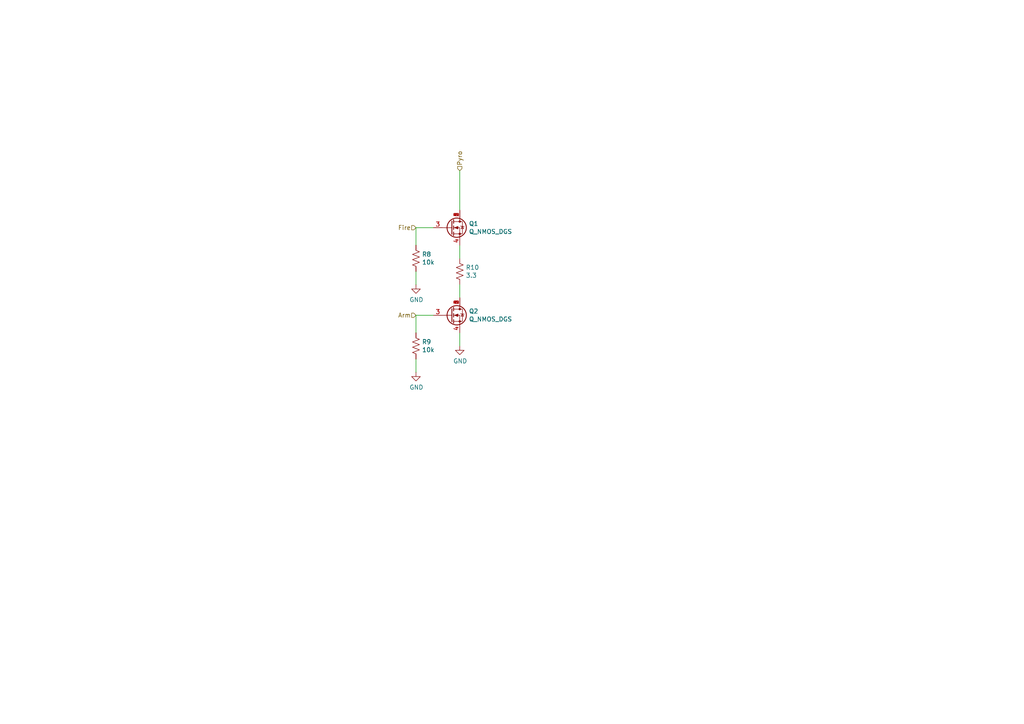
<source format=kicad_sch>
(kicad_sch (version 20211123) (generator eeschema)
  (paper "A4")
  (lib_symbols
    (symbol "Device:R_US" (pin_numbers hide) (pin_names (offset 0))
      (property "Reference" "R" (at 2.54 0 90))
      (property "Value" "Device_R_US" (at -2.54 0 90))
      (symbol "R_US_0_1"
        (polyline (pts (xy 0 -2.286) (xy 0 -2.54)))
        (polyline (pts (xy 0 2.286) (xy 0 2.54)))
        (polyline (pts (xy 0 -0.762) (xy 1.016 -1.143) (xy 0 -1.524) (xy -1.016 -1.905) (xy 0 -2.286)))
        (polyline (pts (xy 0 0.762) (xy 1.016 0.381) (xy 0 0) (xy -1.016 -0.381) (xy 0 -0.762)))
        (polyline (pts (xy 0 2.286) (xy 1.016 1.905) (xy 0 1.524) (xy -1.016 1.143) (xy 0 0.762)))
      )
      (symbol "R_US_1_1"
        (pin passive line (at 0 3.81 270) (length 1.27) (name "~") (number "1"))
        (pin passive line (at 0 -3.81 90) (length 1.27) (name "~") (number "2"))
      )
    )
    (symbol "Nova-rescue:Q_NMOS_DGS-MOSFET" (pin_names (offset 0) hide)
      (property "Reference" "Q" (at 5.08 1.27 0))
      (property "Value" "Nova-rescue_Q_NMOS_DGS-MOSFET" (at 5.08 -1.27 0))
      (symbol "Q_NMOS_DGS-MOSFET_0_1"
        (polyline (pts (xy 0.254 0) (xy -2.54 0)))
        (polyline (pts (xy 0.254 1.905) (xy 0.254 -1.905)) (stroke (width 0.254)))
        (polyline (pts (xy 0.762 -1.27) (xy 0.762 -2.286)) (stroke (width 0.254)))
        (polyline (pts (xy 0.762 0.508) (xy 0.762 -0.508)) (stroke (width 0.254)))
        (polyline (pts (xy 0.762 2.286) (xy 0.762 1.27)) (stroke (width 0.254)))
        (polyline (pts (xy 2.54 2.54) (xy 2.54 1.778)))
        (polyline (pts (xy 2.54 -2.54) (xy 2.54 0) (xy 0.762 0)))
        (polyline (pts (xy 0.762 -1.778) (xy 3.302 -1.778) (xy 3.302 1.778) (xy 0.762 1.778)))
        (polyline (pts (xy 1.016 0) (xy 2.032 0.381) (xy 2.032 -0.381) (xy 1.016 0)) (fill (type outline)))
        (polyline (pts (xy 2.794 0.508) (xy 2.921 0.381) (xy 3.683 0.381) (xy 3.81 0.254)))
        (polyline (pts (xy 3.302 0.381) (xy 2.921 -0.254) (xy 3.683 -0.254) (xy 3.302 0.381)))
        (circle (center 1.651 0) (radius 2.794) (stroke (width 0.254)))
        (circle (center 2.54 -1.778) (radius 0.254) (fill (type outline)))
        (circle (center 2.54 1.778) (radius 0.254) (fill (type outline)))
      )
      (symbol "Q_NMOS_DGS-MOSFET_1_1"
        (pin passive line (at 2.54 5.08 270) (length 2.54) (name "D") (number "1"))
        (pin input line (at 2.54 5.08 270) (length 2.54) (name "~") (number "2"))
        (pin passive line (at -5.08 0 0) (length 2.54) (name "S") (number "3"))
        (pin input line (at 2.54 -5.08 90) (length 2.54) (name "~") (number "4"))
        (pin input line (at 2.54 5.08 270) (length 2.54) (name "~") (number "5"))
        (pin input line (at 2.54 5.08 270) (length 2.54) (name "~") (number "6"))
      )
    )
    (symbol "power:GND" (power) (pin_names (offset 0))
      (property "Value" "power_GND" (at 0 -3.81 0))
      (symbol "GND_0_1"
        (polyline (pts (xy 0 0) (xy 0 -1.27) (xy 1.27 -1.27) (xy 0 -2.54) (xy -1.27 -1.27) (xy 0 -1.27)))
      )
      (symbol "GND_1_1"
        (pin power_in line (at 0 0 270) (length 0) hide (name "GND") (number "1"))
      )
    )
  )
  (wire (pts (xy 120.65 104.14) (xy 120.65 107.95)))
  (wire (pts (xy 133.35 71.12) (xy 133.35 74.93)))
  (wire (pts (xy 125.73 91.44) (xy 120.65 91.44)))
  (wire (pts (xy 133.35 96.52) (xy 133.35 100.33)))
  (wire (pts (xy 120.65 91.44) (xy 120.65 96.52)))
  (wire (pts (xy 120.65 66.04) (xy 120.65 71.12)))
  (wire (pts (xy 125.73 66.04) (xy 120.65 66.04)))
  (wire (pts (xy 120.65 78.74) (xy 120.65 82.55)))
  (wire (pts (xy 133.35 49.53) (xy 133.35 60.96)))
  (wire (pts (xy 133.35 82.55) (xy 133.35 86.36)))
  (hierarchical_label "Pyro" (shape input) (at 133.35 49.53 90))
  (hierarchical_label "Arm" (shape input) (at 120.65 91.44 180))
  (hierarchical_label "Fire" (shape input) (at 120.65 66.04 180))
  (symbol (lib_id "power:GND") (at 120.65 82.55 0)
    (property "Reference" "#PWR0149" (effects hide))
    (property "Value" "GND" (at 120.777 86.9442 0))
  )
  (symbol (lib_id "Device:R_US") (at 133.35 78.74 0)
    (property "Reference" "R10" (at 135.0772 77.5716 0) (effects (justify left)))
    (property "Value" "3.3" (at 135.0772 79.883 0) (effects (justify left)))
    (property "Footprint" "Resistor_SMD:R_0805_2012Metric_Pad1.15x1.40mm_HandSolder" (effects hide))
  )
  (symbol (lib_id "Device:R_US") (at 120.65 74.93 0)
    (property "Reference" "R8" (at 122.3772 73.7616 0) (effects (justify left)))
    (property "Value" "10k" (at 122.3772 76.073 0) (effects (justify left)))
    (property "Footprint" "Resistor_SMD:R_0805_2012Metric_Pad1.15x1.40mm_HandSolder" (effects hide))
  )
  (symbol (lib_id "Nova-rescue:Q_NMOS_DGS-MOSFET") (at 130.81 66.04 0)
    (property "Reference" "Q1" (at 135.9916 64.8716 0) (effects (justify left)))
    (property "Value" "Q_NMOS_DGS" (at 135.9916 67.183 0) (effects (justify left)))
    (property "Footprint" "Package_TO_SOT_SMD:SOT-23-6_Handsoldering" (effects hide))
  )
  (symbol (lib_id "Nova-rescue:Q_NMOS_DGS-MOSFET") (at 130.81 91.44 0)
    (property "Reference" "Q2" (at 135.9916 90.2716 0) (effects (justify left)))
    (property "Value" "Q_NMOS_DGS" (at 135.9916 92.583 0) (effects (justify left)))
    (property "Footprint" "Package_TO_SOT_SMD:SOT-23-6_Handsoldering" (effects hide))
  )
  (symbol (lib_id "Device:R_US") (at 120.65 100.33 0)
    (property "Reference" "R9" (at 122.3772 99.1616 0) (effects (justify left)))
    (property "Value" "10k" (at 122.3772 101.473 0) (effects (justify left)))
    (property "Footprint" "Resistor_SMD:R_0805_2012Metric_Pad1.15x1.40mm_HandSolder" (effects hide))
  )
  (symbol (lib_id "power:GND") (at 120.65 107.95 0)
    (property "Reference" "#PWR0150" (effects hide))
    (property "Value" "GND" (at 120.777 112.3442 0))
  )
  (symbol (lib_id "power:GND") (at 133.35 100.33 0)
    (property "Reference" "#PWR0151" (effects hide))
    (property "Value" "GND" (at 133.477 104.7242 0))
  )
)
</source>
